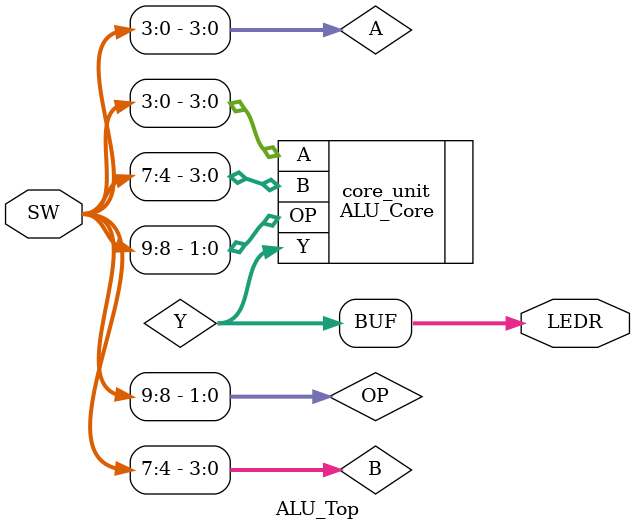
<source format=v>
module ALU_Top(
    input  [9:0] SW,
    output [7:0] LEDR
);

    // Input assignments
    wire [3:0] A  = SW[3:0];
    wire [3:0] B  = SW[7:4];
    wire [1:0] OP = SW[9:8];

    // Output wire
    wire [7:0] Y;

    // Instantiate the ALU Core
    ALU_Core core_unit (
        .A(A),
        .B(B),
        .OP(OP),
        .Y(Y)
    );

    // Drive the LEDs
    assign LEDR = Y;

endmodule

</source>
